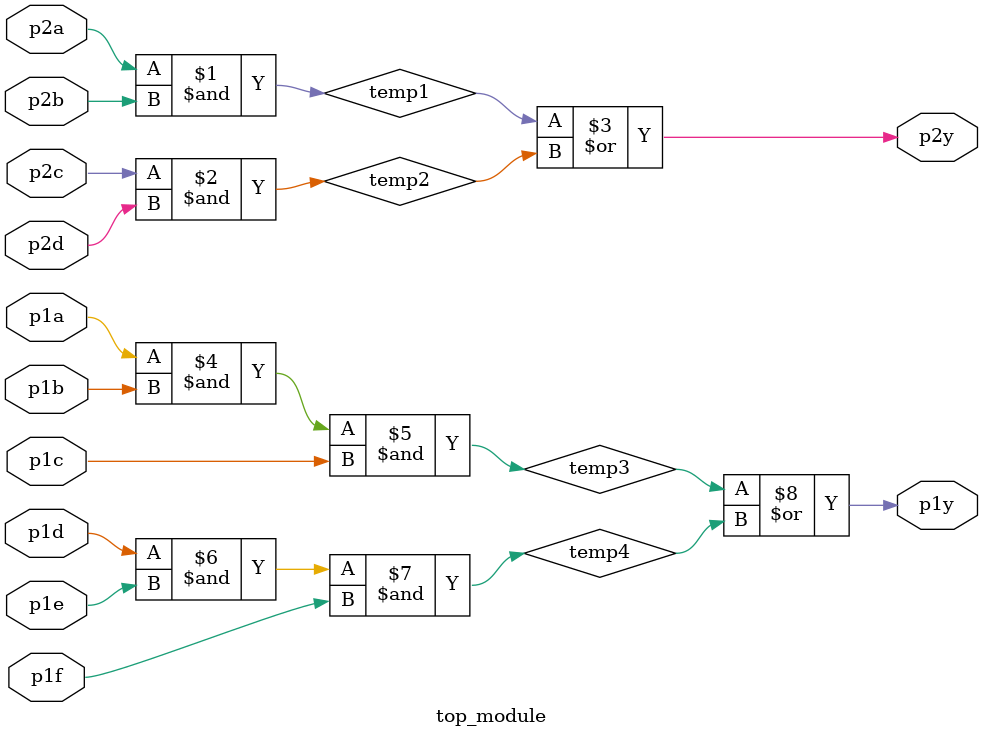
<source format=sv>
module top_module ( 
    input  logic p1a, p1b, p1c, p1d, p1e, p1f,
    output logic p1y,
    input  logic p2a, p2b, p2c, p2d,
    output logic p2y
);

    logic temp1,temp2,temp3,temp4;
    assign temp1 = p2a&p2b ;
    assign temp2 = p2c&p2d ;
    assign p2y = temp1|temp2 ;
    
    assign temp3 = p1a&p1b&p1c ;
    assign temp4 = p1d&p1e&p1f ;
    assign p1y = temp3|temp4 ;
endmodule

</source>
